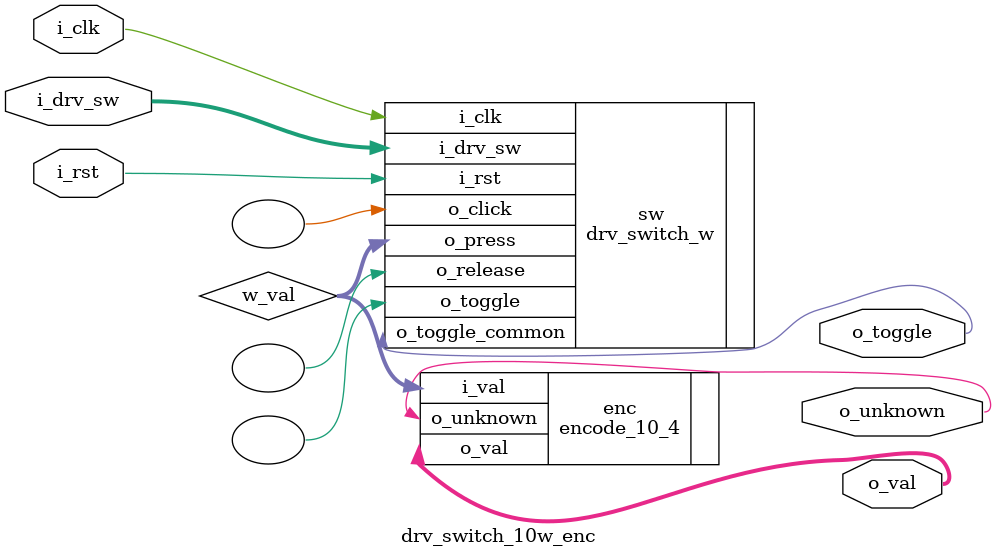
<source format=sv>
`timescale 1ns / 1ps

module drv_switch_10w_enc # (
    p_scale = 5,
    p_mode = "pullup"
    )(
    i_drv_sw,
    i_clk,
    i_rst,
    o_val,
    o_unknown,
    o_toggle
    );
    
    input [9:0]     i_drv_sw;
    
    input       	i_clk;
    input       	i_rst;
    output [3:0]    o_val;
    output          o_unknown;
    output          o_toggle;

    wire [9:0] w_val;
    /// Драйвер тактовой кнопки / тумблера (каскад)
    drv_switch_w # (
        .p_width        (10),
        .p_scale        (p_scale),
        .p_mode         (p_mode)        
    ) 
    sw (
        .i_drv_sw       (i_drv_sw),
        .i_clk          (i_clk),
        .i_rst          (i_rst),
        .o_press        (w_val), 
        .o_click        (),
        .o_release      (),
        .o_toggle       (),
        .o_toggle_common(o_toggle)   
    );

    encode_10_4 enc (
        .i_val        (w_val),
        .o_val        (o_val),
        .o_unknown    (o_unknown)
    );
	
endmodule

</source>
